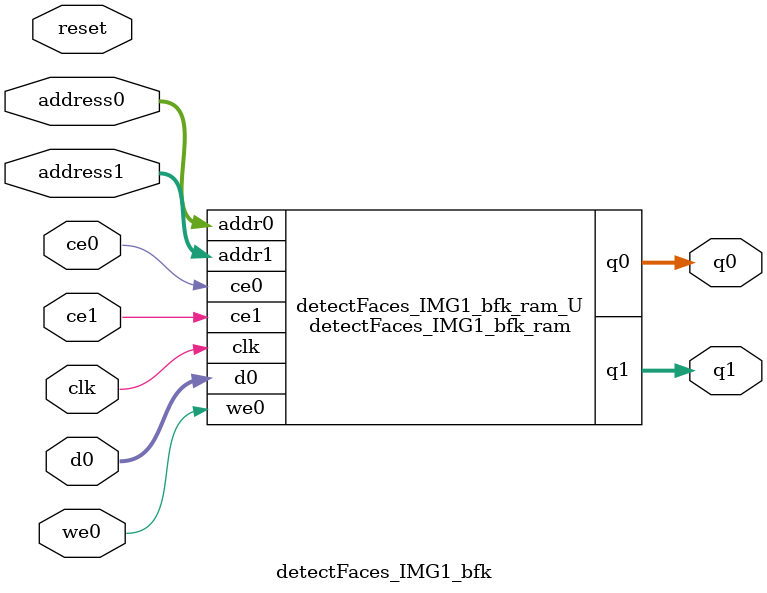
<source format=v>
`timescale 1 ns / 1 ps
module detectFaces_IMG1_bfk_ram (addr0, ce0, d0, we0, q0, addr1, ce1, q1,  clk);

parameter DWIDTH = 8;
parameter AWIDTH = 17;
parameter MEM_SIZE = 76800;

input[AWIDTH-1:0] addr0;
input ce0;
input[DWIDTH-1:0] d0;
input we0;
output reg[DWIDTH-1:0] q0;
input[AWIDTH-1:0] addr1;
input ce1;
output reg[DWIDTH-1:0] q1;
input clk;

(* ram_style = "block" *)reg [DWIDTH-1:0] ram[0:MEM_SIZE-1];




always @(posedge clk)  
begin 
    if (ce0) 
    begin
        if (we0) 
        begin 
            ram[addr0] <= d0; 
        end 
        q0 <= ram[addr0];
    end
end


always @(posedge clk)  
begin 
    if (ce1) 
    begin
        q1 <= ram[addr1];
    end
end


endmodule

`timescale 1 ns / 1 ps
module detectFaces_IMG1_bfk(
    reset,
    clk,
    address0,
    ce0,
    we0,
    d0,
    q0,
    address1,
    ce1,
    q1);

parameter DataWidth = 32'd8;
parameter AddressRange = 32'd76800;
parameter AddressWidth = 32'd17;
input reset;
input clk;
input[AddressWidth - 1:0] address0;
input ce0;
input we0;
input[DataWidth - 1:0] d0;
output[DataWidth - 1:0] q0;
input[AddressWidth - 1:0] address1;
input ce1;
output[DataWidth - 1:0] q1;



detectFaces_IMG1_bfk_ram detectFaces_IMG1_bfk_ram_U(
    .clk( clk ),
    .addr0( address0 ),
    .ce0( ce0 ),
    .we0( we0 ),
    .d0( d0 ),
    .q0( q0 ),
    .addr1( address1 ),
    .ce1( ce1 ),
    .q1( q1 ));

endmodule


</source>
